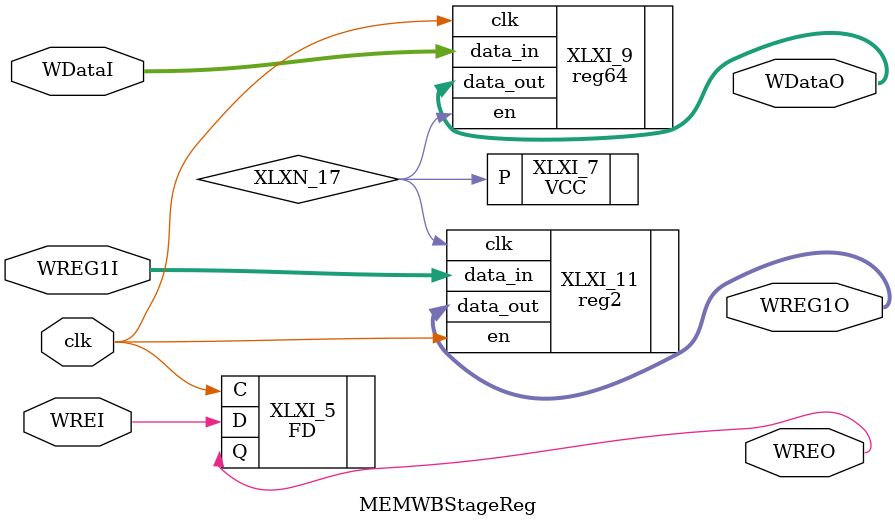
<source format=v>
`timescale 1ns / 1ps

module MEMWBStageReg(clk, 
                     WDataI, 
                     WREG1I, 
                     WREI, 
                     WDataO, 
                     WREG1O, 
                     WREO);

    input clk;
    input [63:0] WDataI;
    input [1:0] WREG1I;
    input WREI;
   output [63:0] WDataO;
   output [1:0] WREG1O;
   output WREO;
   
   wire XLXN_17;
   
   FD XLXI_5 (.C(clk), 
              .D(WREI), 
              .Q(WREO));
   defparam XLXI_5.INIT = 1'b0;
   VCC XLXI_7 (.P(XLXN_17));
   reg64 XLXI_9 (.clk(clk), 
                 .data_in(WDataI[63:0]), 
                 .en(XLXN_17), 
                 .data_out(WDataO[63:0]));
   reg2 XLXI_11 (.clk(XLXN_17), 
                 .data_in(WREG1I[1:0]), 
                 .en(clk), 
                 .data_out(WREG1O[1:0]));
endmodule

</source>
